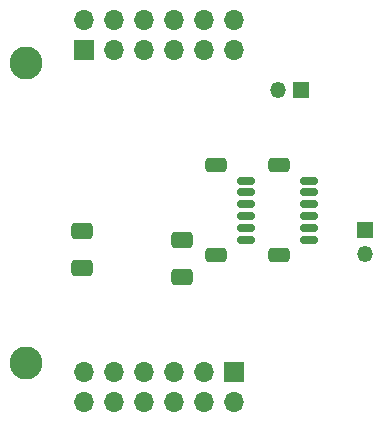
<source format=gbr>
%TF.GenerationSoftware,KiCad,Pcbnew,7.0.5*%
%TF.CreationDate,2024-01-26T22:20:05-05:00*%
%TF.ProjectId,LORA,4c4f5241-2e6b-4696-9361-645f70636258,rev?*%
%TF.SameCoordinates,Original*%
%TF.FileFunction,Soldermask,Bot*%
%TF.FilePolarity,Negative*%
%FSLAX46Y46*%
G04 Gerber Fmt 4.6, Leading zero omitted, Abs format (unit mm)*
G04 Created by KiCad (PCBNEW 7.0.5) date 2024-01-26 22:20:05*
%MOMM*%
%LPD*%
G01*
G04 APERTURE LIST*
G04 Aperture macros list*
%AMRoundRect*
0 Rectangle with rounded corners*
0 $1 Rounding radius*
0 $2 $3 $4 $5 $6 $7 $8 $9 X,Y pos of 4 corners*
0 Add a 4 corners polygon primitive as box body*
4,1,4,$2,$3,$4,$5,$6,$7,$8,$9,$2,$3,0*
0 Add four circle primitives for the rounded corners*
1,1,$1+$1,$2,$3*
1,1,$1+$1,$4,$5*
1,1,$1+$1,$6,$7*
1,1,$1+$1,$8,$9*
0 Add four rect primitives between the rounded corners*
20,1,$1+$1,$2,$3,$4,$5,0*
20,1,$1+$1,$4,$5,$6,$7,0*
20,1,$1+$1,$6,$7,$8,$9,0*
20,1,$1+$1,$8,$9,$2,$3,0*%
G04 Aperture macros list end*
%ADD10R,1.350000X1.350000*%
%ADD11O,1.350000X1.350000*%
%ADD12RoundRect,0.150000X-0.625000X0.150000X-0.625000X-0.150000X0.625000X-0.150000X0.625000X0.150000X0*%
%ADD13RoundRect,0.250000X-0.650000X0.350000X-0.650000X-0.350000X0.650000X-0.350000X0.650000X0.350000X0*%
%ADD14RoundRect,0.250000X-0.650000X0.412500X-0.650000X-0.412500X0.650000X-0.412500X0.650000X0.412500X0*%
%ADD15R,1.700000X1.700000*%
%ADD16O,1.700000X1.700000*%
%ADD17C,2.800000*%
G04 APERTURE END LIST*
D10*
%TO.C,J6*%
X162190000Y-89868621D03*
D11*
X160190000Y-89868621D03*
%TD*%
D10*
%TO.C,J5*%
X167610000Y-101748621D03*
D11*
X167610000Y-103748621D03*
%TD*%
D12*
%TO.C,J3*%
X157535000Y-97548621D03*
X157535000Y-98548621D03*
X157535000Y-99548621D03*
X157535000Y-100548621D03*
X157535000Y-101548621D03*
X157535000Y-102548621D03*
D13*
X155010000Y-103848621D03*
X155010000Y-96248621D03*
%TD*%
D14*
%TO.C,C1*%
X143610000Y-101836121D03*
X143610000Y-104961121D03*
%TD*%
D12*
%TO.C,J4*%
X162860000Y-97548621D03*
X162860000Y-98548621D03*
X162860000Y-99548621D03*
X162860000Y-100548621D03*
X162860000Y-101548621D03*
X162860000Y-102548621D03*
D13*
X160335000Y-103848621D03*
X160335000Y-96248621D03*
%TD*%
D14*
%TO.C,C2*%
X152110000Y-102548621D03*
X152110000Y-105673621D03*
%TD*%
D15*
%TO.C,J1*%
X143810000Y-86465599D03*
D16*
X143810000Y-83925599D03*
X146350000Y-86465599D03*
X146350000Y-83925599D03*
X148890000Y-86465599D03*
X148890000Y-83925599D03*
X151430000Y-86465599D03*
X151430000Y-83925599D03*
X153970000Y-86465599D03*
X153970000Y-83925599D03*
X156510000Y-86465599D03*
X156510000Y-83925599D03*
%TD*%
D15*
%TO.C,J2*%
X156510000Y-113743621D03*
D16*
X156510000Y-116283621D03*
X153970000Y-113743621D03*
X153970000Y-116283621D03*
X151430000Y-113743621D03*
X151430000Y-116283621D03*
X148890000Y-113743621D03*
X148890000Y-116283621D03*
X146350000Y-113743621D03*
X146350000Y-116283621D03*
X143810000Y-113743621D03*
X143810000Y-116283621D03*
%TD*%
D17*
%TO.C,U2*%
X138860000Y-112998621D03*
X138860000Y-87598621D03*
%TD*%
M02*

</source>
